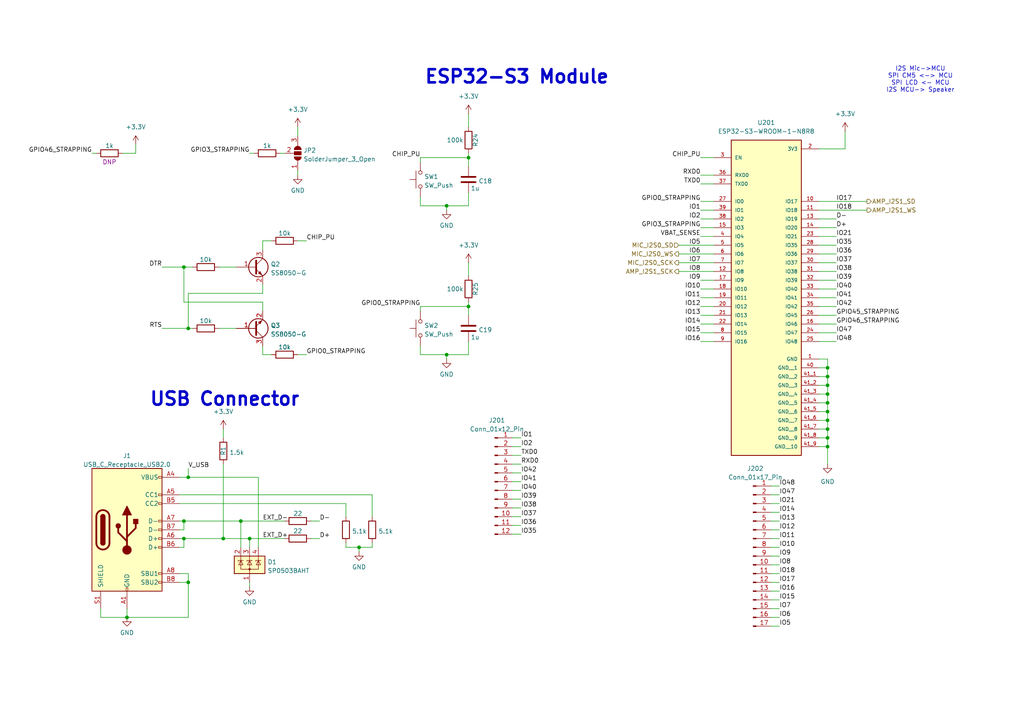
<source format=kicad_sch>
(kicad_sch (version 20250114) (generator "eeschema") (generator_version "9.0")
  (paper "A4")
  (lib_symbols
    (symbol "Connector:Conn_01x12_Pin" (pin_names (offset 1.016) (hide yes))
      (property "Reference" "J" (at 0 15.24 0))
      (property "Value" "Conn_01x12_Pin" (at 0 -17.78 0))
      (symbol "Conn_01x12_Pin_1_1"
        (rectangle (start 0.8636 12.827) (end 0 12.573) (stroke (width 0.1524)) (fill (type outline)))
        (rectangle (start 0.8636 10.287) (end 0 10.033) (stroke (width 0.1524)) (fill (type outline)))
        (rectangle (start 0.8636 7.747) (end 0 7.493) (stroke (width 0.1524)) (fill (type outline)))
        (rectangle (start 0.8636 5.207) (end 0 4.953) (stroke (width 0.1524)) (fill (type outline)))
        (rectangle (start 0.8636 2.667) (end 0 2.413) (stroke (width 0.1524)) (fill (type outline)))
        (rectangle (start 0.8636 0.127) (end 0 -0.127) (stroke (width 0.1524)) (fill (type outline)))
        (rectangle (start 0.8636 -2.413) (end 0 -2.667) (stroke (width 0.1524)) (fill (type outline)))
        (rectangle (start 0.8636 -4.953) (end 0 -5.207) (stroke (width 0.1524)) (fill (type outline)))
        (rectangle (start 0.8636 -7.493) (end 0 -7.747) (stroke (width 0.1524)) (fill (type outline)))
        (rectangle (start 0.8636 -10.033) (end 0 -10.287) (stroke (width 0.1524)) (fill (type outline)))
        (rectangle (start 0.8636 -12.573) (end 0 -12.827) (stroke (width 0.1524)) (fill (type outline)))
        (rectangle (start 0.8636 -15.113) (end 0 -15.367) (stroke (width 0.1524)) (fill (type outline)))
        (polyline (pts (xy 1.27 12.7) (xy 0.8636 12.7)) (stroke (width 0.1524)))
        (polyline (pts (xy 1.27 10.16) (xy 0.8636 10.16)) (stroke (width 0.1524)))
        (polyline (pts (xy 1.27 7.62) (xy 0.8636 7.62)) (stroke (width 0.1524)))
        (polyline (pts (xy 1.27 5.08) (xy 0.8636 5.08)) (stroke (width 0.1524)))
        (polyline (pts (xy 1.27 2.54) (xy 0.8636 2.54)) (stroke (width 0.1524)))
        (polyline (pts (xy 1.27 0) (xy 0.8636 0)) (stroke (width 0.1524)))
        (polyline (pts (xy 1.27 -2.54) (xy 0.8636 -2.54)) (stroke (width 0.1524)))
        (polyline (pts (xy 1.27 -5.08) (xy 0.8636 -5.08)) (stroke (width 0.1524)))
        (polyline (pts (xy 1.27 -7.62) (xy 0.8636 -7.62)) (stroke (width 0.1524)))
        (polyline (pts (xy 1.27 -10.16) (xy 0.8636 -10.16)) (stroke (width 0.1524)))
        (polyline (pts (xy 1.27 -12.7) (xy 0.8636 -12.7)) (stroke (width 0.1524)))
        (polyline (pts (xy 1.27 -15.24) (xy 0.8636 -15.24)) (stroke (width 0.1524)))
        (pin passive line (at 5.08 12.7 180) (length 3.81) (name "Pin_1") (number "1"))
        (pin passive line (at 5.08 10.16 180) (length 3.81) (name "Pin_2") (number "2"))
        (pin passive line (at 5.08 7.62 180) (length 3.81) (name "Pin_3") (number "3"))
        (pin passive line (at 5.08 5.08 180) (length 3.81) (name "Pin_4") (number "4"))
        (pin passive line (at 5.08 2.54 180) (length 3.81) (name "Pin_5") (number "5"))
        (pin passive line (at 5.08 0 180) (length 3.81) (name "Pin_6") (number "6"))
        (pin passive line (at 5.08 -2.54 180) (length 3.81) (name "Pin_7") (number "7"))
        (pin passive line (at 5.08 -5.08 180) (length 3.81) (name "Pin_8") (number "8"))
        (pin passive line (at 5.08 -7.62 180) (length 3.81) (name "Pin_9") (number "9"))
        (pin passive line (at 5.08 -10.16 180) (length 3.81) (name "Pin_10") (number "10"))
        (pin passive line (at 5.08 -12.7 180) (length 3.81) (name "Pin_11") (number "11"))
        (pin passive line (at 5.08 -15.24 180) (length 3.81) (name "Pin_12") (number "12"))
      )
    )
    (symbol "Connector:Conn_01x17_Pin" (pin_names (offset 1.016) (hide yes))
      (property "Reference" "J" (at 0 22.86 0))
      (property "Value" "Conn_01x17_Pin" (at 0 -22.86 0))
      (symbol "Conn_01x17_Pin_1_1"
        (rectangle (start 0.8636 20.447) (end 0 20.193) (stroke (width 0.1524)) (fill (type outline)))
        (rectangle (start 0.8636 17.907) (end 0 17.653) (stroke (width 0.1524)) (fill (type outline)))
        (rectangle (start 0.8636 15.367) (end 0 15.113) (stroke (width 0.1524)) (fill (type outline)))
        (rectangle (start 0.8636 12.827) (end 0 12.573) (stroke (width 0.1524)) (fill (type outline)))
        (rectangle (start 0.8636 10.287) (end 0 10.033) (stroke (width 0.1524)) (fill (type outline)))
        (rectangle (start 0.8636 7.747) (end 0 7.493) (stroke (width 0.1524)) (fill (type outline)))
        (rectangle (start 0.8636 5.207) (end 0 4.953) (stroke (width 0.1524)) (fill (type outline)))
        (rectangle (start 0.8636 2.667) (end 0 2.413) (stroke (width 0.1524)) (fill (type outline)))
        (rectangle (start 0.8636 0.127) (end 0 -0.127) (stroke (width 0.1524)) (fill (type outline)))
        (rectangle (start 0.8636 -2.413) (end 0 -2.667) (stroke (width 0.1524)) (fill (type outline)))
        (rectangle (start 0.8636 -4.953) (end 0 -5.207) (stroke (width 0.1524)) (fill (type outline)))
        (rectangle (start 0.8636 -7.493) (end 0 -7.747) (stroke (width 0.1524)) (fill (type outline)))
        (rectangle (start 0.8636 -10.033) (end 0 -10.287) (stroke (width 0.1524)) (fill (type outline)))
        (rectangle (start 0.8636 -12.573) (end 0 -12.827) (stroke (width 0.1524)) (fill (type outline)))
        (rectangle (start 0.8636 -15.113) (end 0 -15.367) (stroke (width 0.1524)) (fill (type outline)))
        (rectangle (start 0.8636 -17.653) (end 0 -17.907) (stroke (width 0.1524)) (fill (type outline)))
        (rectangle (start 0.8636 -20.193) (end 0 -20.447) (stroke (width 0.1524)) (fill (type outline)))
        (polyline (pts (xy 1.27 20.32) (xy 0.8636 20.32)) (stroke (width 0.1524)))
        (polyline (pts (xy 1.27 17.78) (xy 0.8636 17.78)) (stroke (width 0.1524)))
        (polyline (pts (xy 1.27 15.24) (xy 0.8636 15.24)) (stroke (width 0.1524)))
        (polyline (pts (xy 1.27 12.7) (xy 0.8636 12.7)) (stroke (width 0.1524)))
        (polyline (pts (xy 1.27 10.16) (xy 0.8636 10.16)) (stroke (width 0.1524)))
        (polyline (pts (xy 1.27 7.62) (xy 0.8636 7.62)) (stroke (width 0.1524)))
        (polyline (pts (xy 1.27 5.08) (xy 0.8636 5.08)) (stroke (width 0.1524)))
        (polyline (pts (xy 1.27 2.54) (xy 0.8636 2.54)) (stroke (width 0.1524)))
        (polyline (pts (xy 1.27 0) (xy 0.8636 0)) (stroke (width 0.1524)))
        (polyline (pts (xy 1.27 -2.54) (xy 0.8636 -2.54)) (stroke (width 0.1524)))
        (polyline (pts (xy 1.27 -5.08) (xy 0.8636 -5.08)) (stroke (width 0.1524)))
        (polyline (pts (xy 1.27 -7.62) (xy 0.8636 -7.62)) (stroke (width 0.1524)))
        (polyline (pts (xy 1.27 -10.16) (xy 0.8636 -10.16)) (stroke (width 0.1524)))
        (polyline (pts (xy 1.27 -12.7) (xy 0.8636 -12.7)) (stroke (width 0.1524)))
        (polyline (pts (xy 1.27 -15.24) (xy 0.8636 -15.24)) (stroke (width 0.1524)))
        (polyline (pts (xy 1.27 -17.78) (xy 0.8636 -17.78)) (stroke (width 0.1524)))
        (polyline (pts (xy 1.27 -20.32) (xy 0.8636 -20.32)) (stroke (width 0.1524)))
        (pin passive line (at 5.08 20.32 180) (length 3.81) (name "Pin_1") (number "1"))
        (pin passive line (at 5.08 17.78 180) (length 3.81) (name "Pin_2") (number "2"))
        (pin passive line (at 5.08 15.24 180) (length 3.81) (name "Pin_3") (number "3"))
        (pin passive line (at 5.08 12.7 180) (length 3.81) (name "Pin_4") (number "4"))
        (pin passive line (at 5.08 10.16 180) (length 3.81) (name "Pin_5") (number "5"))
        (pin passive line (at 5.08 7.62 180) (length 3.81) (name "Pin_6") (number "6"))
        (pin passive line (at 5.08 5.08 180) (length 3.81) (name "Pin_7") (number "7"))
        (pin passive line (at 5.08 2.54 180) (length 3.81) (name "Pin_8") (number "8"))
        (pin passive line (at 5.08 0 180) (length 3.81) (name "Pin_9") (number "9"))
        (pin passive line (at 5.08 -2.54 180) (length 3.81) (name "Pin_10") (number "10"))
        (pin passive line (at 5.08 -5.08 180) (length 3.81) (name "Pin_11") (number "11"))
        (pin passive line (at 5.08 -7.62 180) (length 3.81) (name "Pin_12") (number "12"))
        (pin passive line (at 5.08 -10.16 180) (length 3.81) (name "Pin_13") (number "13"))
        (pin passive line (at 5.08 -12.7 180) (length 3.81) (name "Pin_14") (number "14"))
        (pin passive line (at 5.08 -15.24 180) (length 3.81) (name "Pin_15") (number "15"))
        (pin passive line (at 5.08 -17.78 180) (length 3.81) (name "Pin_16") (number "16"))
        (pin passive line (at 5.08 -20.32 180) (length 3.81) (name "Pin_17") (number "17"))
      )
    )
    (symbol "Connector:USB_C_Receptacle_USB2.0" (pin_names (offset 1.016))
      (property "Reference" "J" (at -10.16 19.05 0))
      (property "Value" "USB_C_Receptacle_USB2.0" (at 19.05 19.05 0))
      (symbol "USB_C_Receptacle_USB2.0_0_0"
        (rectangle (start -0.254 -17.78) (end 0.254 -16.764))
        (rectangle (start 10.16 15.494) (end 9.144 14.986))
        (rectangle (start 10.16 10.414) (end 9.144 9.906))
        (rectangle (start 10.16 7.874) (end 9.144 7.366))
        (rectangle (start 10.16 2.794) (end 9.144 2.286))
        (rectangle (start 10.16 0.254) (end 9.144 -0.254))
        (rectangle (start 10.16 -2.286) (end 9.144 -2.794))
        (rectangle (start 10.16 -4.826) (end 9.144 -5.334))
        (rectangle (start 10.16 -12.446) (end 9.144 -12.954))
        (rectangle (start 10.16 -14.986) (end 9.144 -15.494))
      )
      (symbol "USB_C_Receptacle_USB2.0_0_1"
        (rectangle (start -10.16 17.78) (end 10.16 -17.78) (stroke (width 0.254)) (fill (type background)))
        (polyline (pts (xy -8.89 -3.81) (xy -8.89 3.81)) (stroke (width 0.508)))
        (rectangle (start -7.62 -3.81) (end -6.35 3.81) (stroke (width 0.254)) (fill (type outline)))
        (arc (start -7.62 3.81) (mid -6.985 4.4422) (end -6.35 3.81) (stroke (width 0.254)))
        (arc (start -7.62 3.81) (mid -6.985 4.4422) (end -6.35 3.81) (stroke (width 0.254)) (fill (type outline)))
        (arc (start -8.89 3.81) (mid -6.985 5.7066) (end -5.08 3.81) (stroke (width 0.508)))
        (arc (start -5.08 -3.81) (mid -6.985 -5.7066) (end -8.89 -3.81) (stroke (width 0.508)))
        (arc (start -6.35 -3.81) (mid -6.985 -4.4422) (end -7.62 -3.81) (stroke (width 0.254)))
        (arc (start -6.35 -3.81) (mid -6.985 -4.4422) (end -7.62 -3.81) (stroke (width 0.254)) (fill (type outline)))
        (polyline (pts (xy -5.08 3.81) (xy -5.08 -3.81)) (stroke (width 0.508)))
        (circle (center -2.54 1.143) (radius 0.635) (stroke (width 0.254)) (fill (type outline)))
        (polyline (pts (xy -1.27 4.318) (xy 0 6.858) (xy 1.27 4.318) (xy -1.27 4.318)) (stroke (width 0.254)) (fill (type outline)))
        (polyline (pts (xy 0 -2.032) (xy 2.54 0.508) (xy 2.54 1.778)) (stroke (width 0.508)))
        (polyline (pts (xy 0 -3.302) (xy -2.54 -0.762) (xy -2.54 0.508)) (stroke (width 0.508)))
        (polyline (pts (xy 0 -5.842) (xy 0 4.318)) (stroke (width 0.508)))
        (circle (center 0 -5.842) (radius 1.27) (fill (type outline)))
        (rectangle (start 1.905 1.778) (end 3.175 3.048) (stroke (width 0.254)) (fill (type outline)))
      )
      (symbol "USB_C_Receptacle_USB2.0_1_1"
        (pin passive line (at -7.62 -22.86 90) (length 5.08) (name "SHIELD") (number "S1"))
        (pin passive line (at 0 -22.86 90) (length 5.08) (name "GND") (number "A1"))
        (pin passive line (at 0 -22.86 90) (length 5.08) (hide yes) (name "GND") (number "A12"))
        (pin passive line (at 0 -22.86 90) (length 5.08) (hide yes) (name "GND") (number "B1"))
        (pin passive line (at 0 -22.86 90) (length 5.08) (hide yes) (name "GND") (number "B12"))
        (pin passive line (at 15.24 15.24 180) (length 5.08) (name "VBUS") (number "A4"))
        (pin passive line (at 15.24 15.24 180) (length 5.08) (hide yes) (name "VBUS") (number "A9"))
        (pin passive line (at 15.24 15.24 180) (length 5.08) (hide yes) (name "VBUS") (number "B4"))
        (pin passive line (at 15.24 15.24 180) (length 5.08) (hide yes) (name "VBUS") (number "B9"))
        (pin bidirectional line (at 15.24 10.16 180) (length 5.08) (name "CC1") (number "A5"))
        (pin bidirectional line (at 15.24 7.62 180) (length 5.08) (name "CC2") (number "B5"))
        (pin bidirectional line (at 15.24 2.54 180) (length 5.08) (name "D-") (number "A7"))
        (pin bidirectional line (at 15.24 0 180) (length 5.08) (name "D-") (number "B7"))
        (pin bidirectional line (at 15.24 -2.54 180) (length 5.08) (name "D+") (number "A6"))
        (pin bidirectional line (at 15.24 -5.08 180) (length 5.08) (name "D+") (number "B6"))
        (pin bidirectional line (at 15.24 -12.7 180) (length 5.08) (name "SBU1") (number "A8"))
        (pin bidirectional line (at 15.24 -15.24 180) (length 5.08) (name "SBU2") (number "B8"))
      )
    )
    (symbol "Device:Q_NPN_BEC" (pin_names (offset 0) (hide yes))
      (property "Reference" "Q" (at 5.08 1.27 0))
      (property "Value" "Q_NPN_BEC" (at 5.08 -1.27 0))
      (symbol "Q_NPN_BEC_0_1"
        (polyline (pts (xy 0.635 1.905) (xy 0.635 -1.905) (xy 0.635 -1.905)) (stroke (width 0.508)))
        (polyline (pts (xy 0.635 0.635) (xy 2.54 2.54)))
        (polyline (pts (xy 0.635 -0.635) (xy 2.54 -2.54) (xy 2.54 -2.54)))
        (circle (center 1.27 0) (radius 2.8194) (stroke (width 0.254)))
        (polyline (pts (xy 1.27 -1.778) (xy 1.778 -1.27) (xy 2.286 -2.286) (xy 1.27 -1.778) (xy 1.27 -1.778)) (fill (type outline)))
      )
      (symbol "Q_NPN_BEC_1_1"
        (pin input line (at -5.08 0 0) (length 5.715) (name "B") (number "1"))
        (pin passive line (at 2.54 5.08 270) (length 2.54) (name "C") (number "3"))
        (pin passive line (at 2.54 -5.08 90) (length 2.54) (name "E") (number "2"))
      )
    )
    (symbol "ESP32-S3-WROOM-1-N8R8:ESP32-S3-WROOM-1-N8R8" (pin_names (offset 1.016))
      (property "Reference" "U" (at -10.16 34.1122 0))
      (property "Value" "ESP32-S3-WROOM-1-N8R8" (at -10.16 -60.96 0))
      (symbol "ESP32-S3-WROOM-1-N8R8_0_0"
        (rectangle (start -10.16 -58.42) (end 10.16 33.02) (stroke (width 0.254)) (fill (type background)))
        (pin input line (at -15.24 27.94 0) (length 5.08) (name "EN") (number "3"))
        (pin bidirectional line (at -15.24 22.86 0) (length 5.08) (name "RXD0") (number "36"))
        (pin bidirectional line (at -15.24 20.32 0) (length 5.08) (name "TXD0") (number "37"))
        (pin bidirectional line (at -15.24 15.24 0) (length 5.08) (name "IO0") (number "27"))
        (pin bidirectional line (at -15.24 12.7 0) (length 5.08) (name "IO1") (number "39"))
        (pin bidirectional line (at -15.24 10.16 0) (length 5.08) (name "IO2") (number "38"))
        (pin bidirectional line (at -15.24 7.62 0) (length 5.08) (name "IO3") (number "15"))
        (pin bidirectional line (at -15.24 5.08 0) (length 5.08) (name "IO4") (number "4"))
        (pin bidirectional line (at -15.24 2.54 0) (length 5.08) (name "IO5") (number "5"))
        (pin bidirectional line (at -15.24 0 0) (length 5.08) (name "IO6") (number "6"))
        (pin bidirectional line (at -15.24 -2.54 0) (length 5.08) (name "IO7") (number "7"))
        (pin bidirectional line (at -15.24 -5.08 0) (length 5.08) (name "IO8") (number "12"))
        (pin bidirectional line (at -15.24 -7.62 0) (length 5.08) (name "IO9") (number "17"))
        (pin bidirectional line (at -15.24 -10.16 0) (length 5.08) (name "IO10") (number "18"))
        (pin bidirectional line (at -15.24 -12.7 0) (length 5.08) (name "IO11") (number "19"))
        (pin bidirectional line (at -15.24 -15.24 0) (length 5.08) (name "IO12") (number "20"))
        (pin bidirectional line (at -15.24 -17.78 0) (length 5.08) (name "IO13") (number "21"))
        (pin bidirectional line (at -15.24 -20.32 0) (length 5.08) (name "IO14") (number "22"))
        (pin bidirectional line (at -15.24 -22.86 0) (length 5.08) (name "IO15") (number "8"))
        (pin bidirectional line (at -15.24 -25.4 0) (length 5.08) (name "IO16") (number "9"))
        (pin power_in line (at 15.24 30.48 180) (length 5.08) (name "3V3") (number "2"))
        (pin bidirectional line (at 15.24 15.24 180) (length 5.08) (name "IO17") (number "10"))
        (pin bidirectional line (at 15.24 12.7 180) (length 5.08) (name "IO18") (number "11"))
        (pin bidirectional line (at 15.24 10.16 180) (length 5.08) (name "IO19") (number "13"))
        (pin bidirectional line (at 15.24 7.62 180) (length 5.08) (name "IO20") (number "14"))
        (pin bidirectional line (at 15.24 5.08 180) (length 5.08) (name "IO21") (number "23"))
        (pin bidirectional line (at 15.24 2.54 180) (length 5.08) (name "IO35") (number "28"))
        (pin bidirectional line (at 15.24 0 180) (length 5.08) (name "IO36") (number "29"))
        (pin bidirectional line (at 15.24 -2.54 180) (length 5.08) (name "IO37") (number "30"))
        (pin bidirectional line (at 15.24 -5.08 180) (length 5.08) (name "IO38") (number "31"))
        (pin bidirectional line (at 15.24 -7.62 180) (length 5.08) (name "IO39") (number "32"))
        (pin bidirectional line (at 15.24 -10.16 180) (length 5.08) (name "IO40") (number "33"))
        (pin bidirectional line (at 15.24 -12.7 180) (length 5.08) (name "IO41") (number "34"))
        (pin bidirectional line (at 15.24 -15.24 180) (length 5.08) (name "IO42") (number "35"))
        (pin bidirectional line (at 15.24 -17.78 180) (length 5.08) (name "IO45") (number "26"))
        (pin bidirectional line (at 15.24 -20.32 180) (length 5.08) (name "IO46") (number "16"))
        (pin bidirectional line (at 15.24 -22.86 180) (length 5.08) (name "IO47") (number "24"))
        (pin bidirectional line (at 15.24 -25.4 180) (length 5.08) (name "IO48") (number "25"))
        (pin power_in line (at 15.24 -30.48 180) (length 5.08) (name "GND") (number "1"))
        (pin power_in line (at 15.24 -33.02 180) (length 5.08) (name "GND__1") (number "40"))
        (pin power_in line (at 15.24 -35.56 180) (length 5.08) (name "GND__2") (number "41_1"))
        (pin power_in line (at 15.24 -38.1 180) (length 5.08) (name "GND__3") (number "41_2"))
        (pin power_in line (at 15.24 -40.64 180) (length 5.08) (name "GND__4") (number "41_3"))
        (pin power_in line (at 15.24 -43.18 180) (length 5.08) (name "GND__5") (number "41_4"))
        (pin power_in line (at 15.24 -45.72 180) (length 5.08) (name "GND__6") (number "41_5"))
        (pin power_in line (at 15.24 -48.26 180) (length 5.08) (name "GND__7") (number "41_6"))
        (pin power_in line (at 15.24 -50.8 180) (length 5.08) (name "GND__8") (number "41_7"))
        (pin power_in line (at 15.24 -53.34 180) (length 5.08) (name "GND__9") (number "41_8"))
        (pin power_in line (at 15.24 -55.88 180) (length 5.08) (name "GND__10") (number "41_9"))
      )
    )
    (symbol "GND_1" (power) (pin_numbers (hide yes)) (pin_names (offset 0) (hide yes))
      (property "Value" "GND" (at 0 -3.81 0))
      (symbol "GND_1_0_1"
        (polyline (pts (xy 0 0) (xy 0 -1.27) (xy 1.27 -1.27) (xy 0 -2.54) (xy -1.27 -1.27) (xy 0 -1.27)))
      )
      (symbol "GND_1_1_1"
        (pin power_in line (at 0 0 270) (length 0) (name "~") (number "1"))
      )
    )
    (symbol "Jumper:SolderJumper_3_Open" (pin_names (offset 0) (hide yes))
      (property "Reference" "JP" (at -2.54 -2.54 0))
      (property "Value" "SolderJumper_3_Open" (at 0 2.794 0))
      (symbol "SolderJumper_3_Open_0_1"
        (polyline (pts (xy -2.54 0) (xy -2.032 0)))
        (polyline (pts (xy -1.016 1.016) (xy -1.016 -1.016)))
        (arc (start -1.016 -1.016) (mid -2.0275 0) (end -1.016 1.016))
        (arc (start -1.016 -1.016) (mid -2.0275 0) (end -1.016 1.016) (fill (type outline)))
        (rectangle (start -0.508 1.016) (end 0.508 -1.016) (fill (type outline)))
        (polyline (pts (xy 0 -1.27) (xy 0 -1.016)))
        (arc (start 1.016 1.016) (mid 2.0275 0) (end 1.016 -1.016))
        (arc (start 1.016 1.016) (mid 2.0275 0) (end 1.016 -1.016) (fill (type outline)))
        (polyline (pts (xy 1.016 1.016) (xy 1.016 -1.016)))
        (polyline (pts (xy 2.54 0) (xy 2.032 0)))
      )
      (symbol "SolderJumper_3_Open_1_1"
        (pin passive line (at -5.08 0 0) (length 2.54) (name "A") (number "1"))
        (pin passive line (at 0 -3.81 90) (length 2.54) (name "C") (number "2"))
        (pin passive line (at 5.08 0 180) (length 2.54) (name "B") (number "3"))
      )
    )
    (symbol "Power_Protection:SP0503BAHT" (pin_names (hide yes))
      (property "Reference" "D" (at 5.715 2.54 0))
      (property "Value" "SP0503BAHT" (at 5.715 0.635 0))
      (symbol "SP0503BAHT_0_0"
        (pin passive line (at 0 -5.08 90) (length 2.54) (name "A") (number "1"))
      )
      (symbol "SP0503BAHT_0_1"
        (rectangle (start -4.445 2.54) (end 4.445 -2.54) (stroke (width 0.254)) (fill (type background)))
        (polyline (pts (xy -3.302 1.016) (xy -3.302 1.27) (xy -1.905 1.27) (xy -1.778 1.27)))
        (polyline (pts (xy -2.54 2.54) (xy -2.54 1.27)))
        (polyline (pts (xy -2.54 1.27) (xy -2.54 -1.27) (xy 2.54 -1.27) (xy 2.54 1.27)))
        (polyline (pts (xy -2.54 1.27) (xy -1.905 0) (xy -3.175 0) (xy -2.54 1.27)))
        (polyline (pts (xy 0 2.54) (xy 0 1.27)))
        (polyline (pts (xy 0 -1.27) (xy 0 1.27)))
        (polyline (pts (xy 0 -1.27) (xy 0 -2.54)))
        (circle (center 0 -1.27) (radius 0.254) (fill (type outline)))
        (polyline (pts (xy 0.635 1.27) (xy 0.762 1.27)))
        (polyline (pts (xy 0.635 1.27) (xy -0.762 1.27) (xy -0.762 1.016)))
        (polyline (pts (xy 0.635 0) (xy -0.635 0) (xy 0 1.27) (xy 0.635 0)))
        (polyline (pts (xy 1.778 1.016) (xy 1.778 1.27) (xy 3.175 1.27) (xy 3.302 1.27)))
        (polyline (pts (xy 2.54 2.54) (xy 2.54 1.27)))
        (polyline (pts (xy 2.54 1.27) (xy 1.905 0) (xy 3.175 0) (xy 2.54 1.27)))
      )
      (symbol "SP0503BAHT_1_1"
        (pin passive line (at -2.54 5.08 270) (length 2.54) (name "K") (number "2"))
        (pin passive line (at 0 5.08 270) (length 2.54) (name "K") (number "3"))
        (pin passive line (at 2.54 5.08 270) (length 2.54) (name "K") (number "4"))
      )
    )
    (symbol "Switch:SW_Push" (pin_numbers (hide yes)) (pin_names (offset 1.016) (hide yes))
      (property "Reference" "SW" (at 1.27 2.54 0))
      (property "Value" "SW_Push" (at 0 -1.524 0))
      (symbol "SW_Push_0_1"
        (circle (center -2.032 0) (radius 0.508))
        (polyline (pts (xy 0 1.27) (xy 0 3.048)))
        (circle (center 2.032 0) (radius 0.508))
        (polyline (pts (xy 2.54 1.27) (xy -2.54 1.27)))
        (pin passive line (at -5.08 0 0) (length 2.54) (name "1") (number "1"))
        (pin passive line (at 5.08 0 180) (length 2.54) (name "2") (number "2"))
      )
    )
    (symbol "basic:C" (pin_numbers (hide yes)) (pin_names (offset 0.254))
      (property "Reference" "C" (at 0.635 2.54 0))
      (symbol "C_0_1"
        (polyline (pts (xy -2.032 0.762) (xy 2.032 0.762)) (stroke (width 0.508)))
        (polyline (pts (xy -2.032 -0.762) (xy 2.032 -0.762)) (stroke (width 0.508)))
      )
      (symbol "C_1_1"
        (pin passive line (at 0 3.81 270) (length 2.794) (name "~") (number "1"))
        (pin passive line (at 0 -3.81 90) (length 2.794) (name "~") (number "2"))
      )
    )
    (symbol "basic:R" (pin_numbers (hide yes)) (pin_names (offset 0))
      (property "Value" "R" (at 0 0 90))
      (symbol "R_0_1"
        (rectangle (start -1.016 -2.54) (end 1.016 2.54) (stroke (width 0.254)))
      )
      (symbol "R_1_1"
        (pin passive line (at 0 3.81 270) (length 1.27) (name "~") (number "1"))
        (pin passive line (at 0 -3.81 90) (length 1.27) (name "~") (number "2"))
      )
    )
    (symbol "power:+3.3V" (power) (pin_numbers (hide yes)) (pin_names (offset 0) (hide yes))
      (property "Value" "+3.3V" (at 0 3.556 0))
      (symbol "+3.3V_0_1"
        (polyline (pts (xy -0.762 1.27) (xy 0 2.54)))
        (polyline (pts (xy 0 2.54) (xy 0.762 1.27)))
        (polyline (pts (xy 0 0) (xy 0 2.54)))
      )
      (symbol "+3.3V_1_1"
        (pin power_in line (at 0 0 90) (length 0) (name "~") (number "1"))
      )
    )
    (symbol "power:GND" (power) (pin_names (offset 0))
      (property "Value" "GND" (at 0 -3.81 0))
      (symbol "GND_0_1"
        (polyline (pts (xy 0 0) (xy 0 -1.27) (xy 1.27 -1.27) (xy 0 -2.54) (xy -1.27 -1.27) (xy 0 -1.27)))
      )
      (symbol "GND_1_1"
        (pin power_in line (at 0 0 270) (length 0) (hide yes) (name "GND") (number "1"))
      )
    )
  )
  (text "I2S Mic->MCU\nSPI CM5 <-> MCU\nSPI LCD <- MCU\nI2S MCU-> Speaker" (at 266.954 23.114 0) (effects (font (size 1.27 1.27))))
  (text "ESP32-S3 Module" (at 122.936 24.638 0) (effects (font (size 3.81 3.81) (thickness 0.762) (bold yes)) (justify left bottom)))
  (text "USB Connector" (at 43.18 118.11 0) (effects (font (size 3.81 3.81) (thickness 0.762) (bold yes)) (justify left bottom)))
  (junction (at 69.85 151.13))
  (junction (at 240.03 129.54))
  (junction (at 240.03 121.92))
  (junction (at 54.61 95.25))
  (junction (at 240.03 109.22))
  (junction (at 54.61 168.91))
  (junction (at 240.03 111.76))
  (junction (at 54.61 138.43))
  (junction (at 240.03 106.68))
  (junction (at 240.03 116.84))
  (junction (at 129.54 59.69))
  (junction (at 135.89 45.72))
  (junction (at 104.14 158.75))
  (junction (at 240.03 127))
  (junction (at 36.83 179.07))
  (junction (at 64.77 156.21))
  (junction (at 53.34 151.13))
  (junction (at 53.34 77.47))
  (junction (at 240.03 114.3))
  (junction (at 240.03 124.46))
  (junction (at 53.34 156.21))
  (junction (at 129.54 102.87))
  (junction (at 240.03 119.38))
  (junction (at 72.39 156.21))
  (junction (at 135.89 88.9))
  (wire (pts (xy 86.36 36.83) (xy 86.36 39.37)))
  (wire (pts (xy 226.06 158.75) (xy 223.52 158.75)))
  (wire (pts (xy 196.85 71.12) (xy 207.01 71.12)))
  (wire (pts (xy 53.34 77.47) (xy 55.88 77.47)))
  (wire (pts (xy 203.2 45.72) (xy 207.01 45.72)))
  (wire (pts (xy 226.06 163.83) (xy 223.52 163.83)))
  (wire (pts (xy 69.85 151.13) (xy 82.55 151.13)))
  (wire (pts (xy 39.37 41.91) (xy 39.37 44.45)))
  (wire (pts (xy 237.49 127) (xy 240.03 127)))
  (wire (pts (xy 121.92 46.99) (xy 121.92 45.72)))
  (wire (pts (xy 54.61 168.91) (xy 52.07 168.91)))
  (wire (pts (xy 203.2 53.34) (xy 207.01 53.34)))
  (wire (pts (xy 237.49 104.14) (xy 240.03 104.14)))
  (wire (pts (xy 72.39 156.21) (xy 82.55 156.21)))
  (wire (pts (xy 151.13 152.4) (xy 148.59 152.4)))
  (wire (pts (xy 237.49 109.22) (xy 240.03 109.22)))
  (wire (pts (xy 151.13 132.08) (xy 148.59 132.08)))
  (wire (pts (xy 237.49 106.68) (xy 240.03 106.68)))
  (wire (pts (xy 76.2 85.09) (xy 54.61 85.09)))
  (wire (pts (xy 242.57 71.12) (xy 237.49 71.12)))
  (wire (pts (xy 203.2 86.36) (xy 207.01 86.36)))
  (wire (pts (xy 135.89 99.06) (xy 135.89 102.87)))
  (wire (pts (xy 121.92 45.72) (xy 135.89 45.72)))
  (wire (pts (xy 240.03 129.54) (xy 237.49 129.54)))
  (wire (pts (xy 53.34 156.21) (xy 64.77 156.21)))
  (wire (pts (xy 151.13 154.94) (xy 148.59 154.94)))
  (wire (pts (xy 151.13 137.16) (xy 148.59 137.16)))
  (wire (pts (xy 203.2 63.5) (xy 207.01 63.5)))
  (wire (pts (xy 90.17 156.21) (xy 92.71 156.21)))
  (wire (pts (xy 237.49 121.92) (xy 240.03 121.92)))
  (wire (pts (xy 53.34 151.13) (xy 69.85 151.13)))
  (wire (pts (xy 226.06 153.67) (xy 223.52 153.67)))
  (wire (pts (xy 76.2 102.87) (xy 78.74 102.87)))
  (wire (pts (xy 203.2 50.8) (xy 207.01 50.8)))
  (wire (pts (xy 107.95 158.75) (xy 104.14 158.75)))
  (wire (pts (xy 203.2 60.96) (xy 207.01 60.96)))
  (wire (pts (xy 240.03 129.54) (xy 240.03 134.62)))
  (wire (pts (xy 74.93 138.43) (xy 74.93 158.75)))
  (wire (pts (xy 240.03 116.84) (xy 240.03 119.38)))
  (wire (pts (xy 242.57 68.58) (xy 237.49 68.58)))
  (wire (pts (xy 54.61 179.07) (xy 36.83 179.07)))
  (wire (pts (xy 242.57 63.5) (xy 237.49 63.5)))
  (wire (pts (xy 242.57 81.28) (xy 237.49 81.28)))
  (wire (pts (xy 52.07 166.37) (xy 54.61 166.37)))
  (wire (pts (xy 242.57 88.9) (xy 237.49 88.9)))
  (wire (pts (xy 240.03 109.22) (xy 240.03 111.76)))
  (wire (pts (xy 242.57 96.52) (xy 237.49 96.52)))
  (wire (pts (xy 245.11 38.1) (xy 245.11 43.18)))
  (wire (pts (xy 54.61 85.09) (xy 54.61 95.25)))
  (wire (pts (xy 237.49 124.46) (xy 240.03 124.46)))
  (wire (pts (xy 237.49 111.76) (xy 240.03 111.76)))
  (wire (pts (xy 151.13 139.7) (xy 148.59 139.7)))
  (wire (pts (xy 52.07 153.67) (xy 53.34 153.67)))
  (wire (pts (xy 196.85 76.2) (xy 207.01 76.2)))
  (wire (pts (xy 76.2 69.85) (xy 76.2 72.39)))
  (wire (pts (xy 242.57 99.06) (xy 237.49 99.06)))
  (wire (pts (xy 240.03 104.14) (xy 240.03 106.68)))
  (wire (pts (xy 226.06 171.45) (xy 223.52 171.45)))
  (wire (pts (xy 121.92 59.69) (xy 129.54 59.69)))
  (wire (pts (xy 203.2 96.52) (xy 207.01 96.52)))
  (wire (pts (xy 53.34 87.63) (xy 53.34 77.47)))
  (wire (pts (xy 135.89 102.87) (xy 129.54 102.87)))
  (wire (pts (xy 63.5 77.47) (xy 68.58 77.47)))
  (wire (pts (xy 64.77 156.21) (xy 72.39 156.21)))
  (wire (pts (xy 52.07 156.21) (xy 53.34 156.21)))
  (wire (pts (xy 135.89 88.9) (xy 135.89 91.44)))
  (wire (pts (xy 237.49 114.3) (xy 240.03 114.3)))
  (wire (pts (xy 54.61 138.43) (xy 54.61 135.89)))
  (wire (pts (xy 76.2 100.33) (xy 76.2 102.87)))
  (wire (pts (xy 64.77 134.62) (xy 64.77 156.21)))
  (wire (pts (xy 226.06 179.07) (xy 223.52 179.07)))
  (wire (pts (xy 86.36 102.87) (xy 88.9 102.87)))
  (wire (pts (xy 226.06 143.51) (xy 223.52 143.51)))
  (wire (pts (xy 46.99 77.47) (xy 53.34 77.47)))
  (wire (pts (xy 52.07 151.13) (xy 53.34 151.13)))
  (wire (pts (xy 52.07 143.51) (xy 107.95 143.51)))
  (wire (pts (xy 226.06 176.53) (xy 223.52 176.53)))
  (wire (pts (xy 72.39 168.91) (xy 72.39 170.18)))
  (wire (pts (xy 151.13 127) (xy 148.59 127)))
  (wire (pts (xy 135.89 87.63) (xy 135.89 88.9)))
  (wire (pts (xy 237.49 116.84) (xy 240.03 116.84)))
  (wire (pts (xy 107.95 143.51) (xy 107.95 149.86)))
  (wire (pts (xy 242.57 83.82) (xy 237.49 83.82)))
  (wire (pts (xy 203.2 68.58) (xy 207.01 68.58)))
  (wire (pts (xy 135.89 55.88) (xy 135.89 59.69)))
  (wire (pts (xy 46.99 95.25) (xy 54.61 95.25)))
  (wire (pts (xy 151.13 149.86) (xy 148.59 149.86)))
  (wire (pts (xy 135.89 33.02) (xy 135.89 36.83)))
  (wire (pts (xy 76.2 87.63) (xy 53.34 87.63)))
  (wire (pts (xy 107.95 157.48) (xy 107.95 158.75)))
  (wire (pts (xy 242.57 66.04) (xy 237.49 66.04)))
  (wire (pts (xy 240.03 111.76) (xy 240.03 114.3)))
  (wire (pts (xy 242.57 76.2) (xy 237.49 76.2)))
  (wire (pts (xy 104.14 158.75) (xy 104.14 160.02)))
  (wire (pts (xy 203.2 58.42) (xy 207.01 58.42)))
  (wire (pts (xy 135.89 76.2) (xy 135.89 80.01)))
  (wire (pts (xy 100.33 146.05) (xy 100.33 149.86)))
  (wire (pts (xy 69.85 151.13) (xy 69.85 158.75)))
  (wire (pts (xy 151.13 134.62) (xy 148.59 134.62)))
  (wire (pts (xy 226.06 181.61) (xy 223.52 181.61)))
  (wire (pts (xy 54.61 95.25) (xy 55.88 95.25)))
  (wire (pts (xy 203.2 83.82) (xy 207.01 83.82)))
  (wire (pts (xy 29.21 176.53) (xy 29.21 179.07)))
  (wire (pts (xy 121.92 57.15) (xy 121.92 59.69)))
  (wire (pts (xy 203.2 81.28) (xy 207.01 81.28)))
  (wire (pts (xy 226.06 168.91) (xy 223.52 168.91)))
  (wire (pts (xy 237.49 58.42) (xy 251.46 58.42)))
  (wire (pts (xy 54.61 138.43) (xy 74.93 138.43)))
  (wire (pts (xy 240.03 121.92) (xy 240.03 124.46)))
  (wire (pts (xy 203.2 99.06) (xy 207.01 99.06)))
  (wire (pts (xy 53.34 156.21) (xy 53.34 158.75)))
  (wire (pts (xy 52.07 146.05) (xy 100.33 146.05)))
  (wire (pts (xy 151.13 147.32) (xy 148.59 147.32)))
  (wire (pts (xy 240.03 127) (xy 240.03 129.54)))
  (wire (pts (xy 81.28 44.45) (xy 82.55 44.45)))
  (wire (pts (xy 90.17 151.13) (xy 92.71 151.13)))
  (wire (pts (xy 64.77 124.46) (xy 64.77 127)))
  (wire (pts (xy 226.06 151.13) (xy 223.52 151.13)))
  (wire (pts (xy 242.57 93.98) (xy 237.49 93.98)))
  (wire (pts (xy 121.92 88.9) (xy 135.89 88.9)))
  (wire (pts (xy 72.39 156.21) (xy 72.39 158.75)))
  (wire (pts (xy 223.52 140.97) (xy 226.06 140.97)))
  (wire (pts (xy 226.06 161.29) (xy 223.52 161.29)))
  (wire (pts (xy 52.07 158.75) (xy 53.34 158.75)))
  (wire (pts (xy 242.57 78.74) (xy 237.49 78.74)))
  (wire (pts (xy 135.89 45.72) (xy 135.89 48.26)))
  (wire (pts (xy 36.83 176.53) (xy 36.83 179.07)))
  (wire (pts (xy 86.36 49.53) (xy 86.36 50.8)))
  (wire (pts (xy 129.54 102.87) (xy 129.54 104.14)))
  (wire (pts (xy 29.21 179.07) (xy 36.83 179.07)))
  (wire (pts (xy 240.03 124.46) (xy 240.03 127)))
  (wire (pts (xy 226.06 166.37) (xy 223.52 166.37)))
  (wire (pts (xy 237.49 60.96) (xy 251.46 60.96)))
  (wire (pts (xy 76.2 90.17) (xy 76.2 87.63)))
  (wire (pts (xy 86.36 69.85) (xy 88.9 69.85)))
  (wire (pts (xy 240.03 106.68) (xy 240.03 109.22)))
  (wire (pts (xy 203.2 66.04) (xy 207.01 66.04)))
  (wire (pts (xy 226.06 146.05) (xy 223.52 146.05)))
  (wire (pts (xy 129.54 59.69) (xy 129.54 60.96)))
  (wire (pts (xy 72.39 44.45) (xy 73.66 44.45)))
  (wire (pts (xy 135.89 44.45) (xy 135.89 45.72)))
  (wire (pts (xy 237.49 43.18) (xy 245.11 43.18)))
  (wire (pts (xy 121.92 100.33) (xy 121.92 102.87)))
  (wire (pts (xy 151.13 142.24) (xy 148.59 142.24)))
  (wire (pts (xy 76.2 82.55) (xy 76.2 85.09)))
  (wire (pts (xy 54.61 166.37) (xy 54.61 168.91)))
  (wire (pts (xy 35.56 44.45) (xy 39.37 44.45)))
  (wire (pts (xy 196.85 78.74) (xy 207.01 78.74)))
  (wire (pts (xy 135.89 59.69) (xy 129.54 59.69)))
  (wire (pts (xy 53.34 153.67) (xy 53.34 151.13)))
  (wire (pts (xy 242.57 86.36) (xy 237.49 86.36)))
  (wire (pts (xy 151.13 129.54) (xy 148.59 129.54)))
  (wire (pts (xy 54.61 168.91) (xy 54.61 179.07)))
  (wire (pts (xy 226.06 173.99) (xy 223.52 173.99)))
  (wire (pts (xy 100.33 157.48) (xy 100.33 158.75)))
  (wire (pts (xy 78.74 69.85) (xy 76.2 69.85)))
  (wire (pts (xy 237.49 119.38) (xy 240.03 119.38)))
  (wire (pts (xy 151.13 144.78) (xy 148.59 144.78)))
  (wire (pts (xy 226.06 148.59) (xy 223.52 148.59)))
  (wire (pts (xy 121.92 102.87) (xy 129.54 102.87)))
  (wire (pts (xy 226.06 156.21) (xy 223.52 156.21)))
  (wire (pts (xy 203.2 93.98) (xy 207.01 93.98)))
  (wire (pts (xy 26.67 44.45) (xy 27.94 44.45)))
  (wire (pts (xy 63.5 95.25) (xy 68.58 95.25)))
  (wire (pts (xy 52.07 138.43) (xy 54.61 138.43)))
  (wire (pts (xy 203.2 91.44) (xy 207.01 91.44)))
  (wire (pts (xy 203.2 88.9) (xy 207.01 88.9)))
  (wire (pts (xy 242.57 73.66) (xy 237.49 73.66)))
  (wire (pts (xy 196.85 73.66) (xy 207.01 73.66)))
  (wire (pts (xy 242.57 91.44) (xy 237.49 91.44)))
  (wire (pts (xy 240.03 119.38) (xy 240.03 121.92)))
  (wire (pts (xy 121.92 90.17) (xy 121.92 88.9)))
  (wire (pts (xy 240.03 114.3) (xy 240.03 116.84)))
  (wire (pts (xy 100.33 158.75) (xy 104.14 158.75)))
  (label "IO7" (at 203.2 76.2 180))
  (label "IO10" (at 203.2 83.82 180))
  (label "IO42" (at 151.13 137.16 0))
  (label "IO6" (at 203.2 73.66 180))
  (label "IO16" (at 226.06 171.45 0))
  (label "IO14" (at 203.2 93.98 180))
  (label "IO2" (at 151.13 129.54 0))
  (label "IO35" (at 151.13 154.94 0))
  (label "IO12" (at 203.2 88.9 180))
  (label "IO35" (at 242.57 71.12 0))
  (label "GPIO0_STRAPPING" (at 203.2 58.42 180))
  (label "RTS" (at 46.99 95.25 180))
  (label "V_USB" (at 54.61 135.89 0))
  (label "IO5" (at 203.2 71.12 180))
  (label "D+" (at 92.71 156.21 0))
  (label "IO12" (at 226.06 153.67 0))
  (label "GPIO46_STRAPPING" (at 26.67 44.45 180))
  (label "DTR" (at 46.99 77.47 180))
  (label "IO11" (at 203.2 86.36 180))
  (label "CHIP_PU" (at 88.9 69.85 0))
  (label "IO40" (at 151.13 142.24 0))
  (label "IO15" (at 203.2 96.52 180))
  (label "IO16" (at 203.2 99.06 180))
  (label "GPIO46_STRAPPING" (at 242.57 93.98 0))
  (label "IO36" (at 151.13 152.4 0))
  (label "IO9" (at 203.2 81.28 180))
  (label "CHIP_PU" (at 203.2 45.72 180))
  (label "IO48" (at 242.57 99.06 0))
  (label "IO39" (at 242.57 81.28 0))
  (label "IO10" (at 226.06 158.75 0))
  (label "IO47" (at 226.06 143.51 0))
  (label "IO40" (at 242.57 83.82 0))
  (label "GPIO3_STRAPPING" (at 72.39 44.45 180))
  (label "RXD0" (at 203.2 50.8 180))
  (label "GPIO45_STRAPPING" (at 242.57 91.44 0))
  (label "IO21" (at 242.57 68.58 0))
  (label "IO18" (at 242.57 60.96 0))
  (label "IO17" (at 226.06 168.91 0))
  (label "IO41" (at 242.57 86.36 0))
  (label "IO36" (at 242.57 73.66 0))
  (label "TXD0" (at 151.13 132.08 0))
  (label "IO47" (at 242.57 96.52 0))
  (label "IO2" (at 203.2 63.5 180))
  (label "IO15" (at 226.06 173.99 0))
  (label "IO14" (at 226.06 148.59 0))
  (label "IO5" (at 226.06 181.61 0))
  (label "D+" (at 242.57 66.04 0))
  (label "CHIP_PU" (at 121.92 45.72 180))
  (label "IO21" (at 226.06 146.05 0))
  (label "RXD0" (at 151.13 134.62 0))
  (label "IO42" (at 242.57 88.9 0))
  (label "IO1" (at 203.2 60.96 180))
  (label "EXT_D-" (at 76.2 151.13 0))
  (label "IO41" (at 151.13 139.7 0))
  (label "IO38" (at 242.57 78.74 0))
  (label "GPIO3_STRAPPING" (at 203.2 66.04 180))
  (label "IO6" (at 226.06 179.07 0))
  (label "IO11" (at 226.06 156.21 0))
  (label "VBAT_SENSE" (at 203.2 68.58 180))
  (label "IO13" (at 226.06 151.13 0))
  (label "IO1" (at 151.13 127 0))
  (label "IO8" (at 203.2 78.74 180))
  (label "IO17" (at 242.57 58.42 0))
  (label "IO38" (at 151.13 147.32 0))
  (label "IO37" (at 242.57 76.2 0))
  (label "TXD0" (at 203.2 53.34 180))
  (label "IO37" (at 151.13 149.86 0))
  (label "D-" (at 242.57 63.5 0))
  (label "IO8" (at 226.06 163.83 0))
  (label "IO13" (at 203.2 91.44 180))
  (label "IO18" (at 226.06 166.37 0))
  (label "IO39" (at 151.13 144.78 0))
  (label "D-" (at 92.71 151.13 0))
  (label "GPIO0_STRAPPING" (at 121.92 88.9 180))
  (label "IO48" (at 226.06 140.97 0))
  (label "IO7" (at 226.06 176.53 0))
  (label "GPIO0_STRAPPING" (at 88.9 102.87 0))
  (label "IO9" (at 226.06 161.29 0))
  (label "EXT_D+" (at 76.2 156.21 0))
  (hierarchical_label "AMP_I2S1_SCK" (shape output) (at 196.85 78.74 180))
  (hierarchical_label "AMP_I2S1_WS" (shape output) (at 251.46 60.96 0))
  (hierarchical_label "MIC_I2S0_WS" (shape output) (at 196.85 73.66 180))
  (hierarchical_label "MIC_I2S0_SCK" (shape output) (at 196.85 76.2 180))
  (hierarchical_label "MIC_I2S0_SD" (shape input) (at 196.85 71.12 180))
  (hierarchical_label "AMP_I2S1_SD" (shape output) (at 251.46 58.42 0))
  (symbol (lib_id "power:GND") (at 86.36 50.8 0) (unit 1)
    (property "Reference" "#PWR043" (effects (hide yes)))
    (property "Value" "GND" (at 86.36 55.2434 0))
  )
  (symbol (lib_id "Connector:USB_C_Receptacle_USB2.0") (at 36.83 153.67 0) (unit 1)
    (property "Reference" "J1" (at 36.83 132.1902 0))
    (property "Value" "USB_C_Receptacle_USB2.0" (at 36.83 134.7271 0))
    (property "Footprint" "Connector_USB:USB_C_Receptacle_Amphenol_12401610E4-2A_CircularHoles" (effects (hide yes)))
    (property "Datasheet" "https://www.digikey.com/en/products/detail/amphenol-cs-commercial-products/12401610E4-2A/5775519" (effects (hide yes)))
  )
  (symbol (lib_id "Jumper:SolderJumper_3_Open") (at 86.36 44.45 270) (mirror x) (unit 1)
    (property "Reference" "JP2" (at 88.011 43.6153 90) (effects (justify left)))
    (property "Value" "SolderJumper_3_Open" (at 88.011 46.1522 90) (effects (justify left)))
    (property "Footprint" "Jumper:SolderJumper-3_P2.0mm_Open_TrianglePad1.0x1.5mm" (effects (hide yes)))
  )
  (symbol (lib_id "basic:R") (at 82.55 102.87 90) (unit 1)
    (property "Reference" "R19" (effects (hide yes)))
    (property "Value" "10k" (at 82.55 100.6912 90))
    (property "Footprint" "Resistor_SMD:R_0805_2012Metric" (effects (hide yes)))
  )
  (symbol (lib_id "power:GND") (at 129.54 60.96 0) (unit 1)
    (property "Reference" "#PWR051" (effects (hide yes)))
    (property "Value" "GND" (at 129.54 65.4034 0))
  )
  (symbol (lib_id "Power_Protection:SP0503BAHT") (at 72.39 163.83 0) (unit 1)
    (property "Reference" "D1" (at 77.597 162.9953 0) (effects (justify left)))
    (property "Value" "SP0503BAHT" (at 77.597 165.5322 0) (effects (justify left)))
    (property "Footprint" "Package_TO_SOT_SMD:SOT-143" (effects (hide yes)))
    (property "Datasheet" "http://www.littelfuse.com/~/media/files/littelfuse/technical%20resources/documents/data%20sheets/sp05xxba.pdf" (effects (hide yes)))
  )
  (symbol (lib_id "power:+3.3V") (at 86.36 36.83 0) (unit 1)
    (property "Reference" "#PWR0206" (effects (hide yes)))
    (property "Value" "+3.3V" (at 86.36 31.75 0))
    (property "Description" "Power symbol creates a global label with name \"+3.3V\"" (effects (hide yes)))
  )
  (symbol (lib_id "basic:R") (at 59.69 95.25 90) (unit 1)
    (property "Reference" "R14" (effects (hide yes)))
    (property "Value" "10k" (at 59.69 93.0712 90))
    (property "Footprint" "Resistor_SMD:R_0805_2012Metric" (effects (hide yes)))
  )
  (symbol (lib_id "power:GND") (at 72.39 170.18 0) (unit 1)
    (property "Reference" "#PWR05" (effects (hide yes)))
    (property "Value" "GND" (at 72.39 174.6234 0))
  )
  (symbol (lib_id "basic:R") (at 107.95 153.67 0) (unit 1)
    (property "Reference" "R8" (effects (hide yes)))
    (property "Value" "5.1k" (at 109.728 154.1038 0) (effects (justify left)))
    (property "Footprint" "Resistor_SMD:R_0603_1608Metric" (effects (hide yes)))
  )
  (symbol (lib_id "basic:R") (at 86.36 151.13 90) (unit 1)
    (property "Reference" "R3" (effects (hide yes)))
    (property "Value" "22" (at 86.36 148.9512 90))
    (property "Footprint" "Resistor_SMD:R_0603_1608Metric" (effects (hide yes)))
  )
  (symbol (lib_id "ESP32-S3-WROOM-1-N8R8:ESP32-S3-WROOM-1-N8R8") (at 222.25 73.66 0) (unit 1)
    (property "Reference" "U201" (at 222.25 35.56 0))
    (property "Value" "ESP32-S3-WROOM-1-N8R8" (at 222.25 38.1 0))
    (property "Footprint" "ESP32_S3_WROOM_1_N8R8:XCVR_ESP32S3WROOM1N8R8" (effects (hide yes)))
    (property "MF" "Espressif Systems" (effects (hide yes)))
    (property "DESCRIPTION" "Bluetooth, WiFi 802.11b/g/n, Bluetooth v5.0 Transceiver Module 2.4GHz PCB Trace Surface Mount" (effects (hide yes)))
    (property "PACKAGE" "SMD-41 Espressif Systems" (effects (hide yes)))
    (property "PRICE" "None" (effects (hide yes)))
    (property "MP" "ESP32S3WROOM1N8R8" (effects (hide yes)))
    (property "AVAILABILITY" "In Stock" (effects (hide yes)))
    (property "PURCHASE-URL" "https://pricing.snapeda.com/search/part/ESP32S3WROOM1N8R8/?ref=eda" (effects (hide yes)))
  )
  (symbol (lib_id "power:+3.3V") (at 245.11 38.1 0) (unit 1)
    (property "Reference" "#PWR0202" (effects (hide yes)))
    (property "Value" "+3.3V" (at 245.11 33.02 0))
    (property "Description" "Power symbol creates a global label with name \"+3.3V\"" (effects (hide yes)))
  )
  (symbol (lib_id "basic:R") (at 82.55 69.85 90) (unit 1)
    (property "Reference" "R18" (effects (hide yes)))
    (property "Value" "10k" (at 82.55 67.6712 90))
    (property "Footprint" "Resistor_SMD:R_0805_2012Metric" (effects (hide yes)))
  )
  (symbol (lib_id "Connector:Conn_01x12_Pin") (at 143.51 139.7 0) (unit 1)
    (property "Reference" "J201" (at 144.145 121.92 0))
    (property "Value" "Conn_01x12_Pin" (at 144.145 124.46 0))
    (property "Footprint" "Connector_PinSocket_2.54mm:PinSocket_1x12_P2.54mm_Vertical" (effects (hide yes)))
    (property "Description" "Generic connector, single row, 01x12, script generated" (effects (hide yes)))
  )
  (symbol (lib_id "Connector:Conn_01x17_Pin") (at 218.44 161.29 0) (unit 1)
    (property "Reference" "J202" (at 219.075 135.89 0))
    (property "Value" "Conn_01x17_Pin" (at 219.075 138.43 0))
    (property "Footprint" "Connector_PinSocket_2.54mm:PinSocket_1x17_P2.54mm_Vertical" (effects (hide yes)))
    (property "Description" "Generic connector, single row, 01x17, script generated" (effects (hide yes)))
  )
  (symbol (lib_id "power:+3.3V") (at 39.37 41.91 0) (unit 1)
    (property "Reference" "#PWR0205" (effects (hide yes)))
    (property "Value" "+3.3V" (at 39.37 36.83 0))
    (property "Description" "Power symbol creates a global label with name \"+3.3V\"" (effects (hide yes)))
  )
  (symbol (lib_id "power:GND") (at 104.14 160.02 0) (unit 1)
    (property "Reference" "#PWR08" (effects (hide yes)))
    (property "Value" "GND" (at 104.14 164.4634 0))
  )
  (symbol (lib_id "Switch:SW_Push") (at 121.92 95.25 90) (unit 1)
    (property "Reference" "SW2" (at 123.063 94.4153 90) (effects (justify right)))
    (property "Value" "SW_Push" (at 123.063 96.9522 90) (effects (justify right)))
    (property "Footprint" "Button_Switch_SMD:SW_SPST_B3S-1000" (effects (hide yes)))
    (property "Datasheet" "https://www.digikey.com/en/products/detail/omron-electronics-inc-emc-div/B3S-1000/20686" (effects (hide yes)))
  )
  (symbol (lib_id "power:+3.3V") (at 135.89 76.2 0) (unit 1)
    (property "Reference" "#PWR0208" (effects (hide yes)))
    (property "Value" "+3.3V" (at 135.89 71.12 0))
    (property "Description" "Power symbol creates a global label with name \"+3.3V\"" (effects (hide yes)))
  )
  (symbol (lib_id "basic:R") (at 31.75 44.45 90) (unit 1)
    (property "Reference" "R12" (effects (hide yes)))
    (property "Value" "1k" (at 31.75 42.2712 90))
    (property "Footprint" "Resistor_SMD:R_0805_2012Metric" (effects (hide yes)))
    (property "Note" "DNP" (at 31.75 46.99 90))
  )
  (symbol (lib_id "basic:C") (at 135.89 52.07 0) (unit 1)
    (property "Reference" "C18" (at 138.811 52.5038 0) (effects (justify left)))
    (property "Value" "1u" (at 136.525 54.61 0) (effects (justify left)))
    (property "Footprint" "Capacitor_SMD:C_0805_2012Metric" (effects (hide yes)))
  )
  (symbol (lib_id "power:+3.3V") (at 64.77 124.46 0) (unit 1)
    (property "Reference" "#PWR0204" (effects (hide yes)))
    (property "Value" "+3.3V" (at 64.77 119.38 0))
    (property "Description" "Power symbol creates a global label with name \"+3.3V\"" (effects (hide yes)))
  )
  (symbol (lib_id "power:GND") (at 129.54 104.14 0) (unit 1)
    (property "Reference" "#PWR052" (effects (hide yes)))
    (property "Value" "GND" (at 129.54 108.5834 0))
  )
  (symbol (lib_id "basic:R") (at 86.36 156.21 270) (unit 1)
    (property "Reference" "R4" (effects (hide yes)))
    (property "Value" "22" (at 86.36 154.0312 90))
    (property "Footprint" "Resistor_SMD:R_0603_1608Metric" (effects (hide yes)))
  )
  (symbol (lib_id "basic:R") (at 100.33 153.67 0) (unit 1)
    (property "Reference" "R7" (effects (hide yes)))
    (property "Value" "5.1k" (at 102.108 154.1038 0) (effects (justify left)))
    (property "Footprint" "Resistor_SMD:R_0603_1608Metric" (effects (hide yes)))
  )
  (symbol (lib_id "basic:R") (at 135.89 40.64 0) (unit 1)
    (property "Reference" "R24" (at 137.922 40.64 90))
    (property "Value" "100k" (at 129.54 40.64 0) (effects (justify left)))
    (property "Footprint" "Resistor_SMD:R_0805_2012Metric" (effects (hide yes)))
  )
  (symbol (lib_name "GND_1") (lib_id "power:GND") (at 240.03 134.62 0) (unit 1)
    (property "Reference" "#PWR0201" (effects (hide yes)))
    (property "Value" "GND" (at 240.03 139.7 0))
    (property "Description" "Power symbol creates a global label with name \"GND\" , ground" (effects (hide yes)))
  )
  (symbol (lib_id "Device:Q_NPN_BEC") (at 73.66 77.47 0) (unit 1)
    (property "Reference" "Q2" (at 78.5114 76.6353 0) (effects (justify left)))
    (property "Value" "SS8050-G" (at 78.5114 79.1722 0) (effects (justify left)))
    (property "Footprint" "Package_TO_SOT_SMD:SOT-23" (effects (hide yes)))
  )
  (symbol (lib_id "power:GND") (at 36.83 179.07 0) (unit 1)
    (property "Reference" "#PWR01" (effects (hide yes)))
    (property "Value" "GND" (at 36.83 183.5134 0))
  )
  (symbol (lib_id "power:+3.3V") (at 135.89 33.02 0) (unit 1)
    (property "Reference" "#PWR0207" (effects (hide yes)))
    (property "Value" "+3.3V" (at 135.89 27.94 0))
    (property "Description" "Power symbol creates a global label with name \"+3.3V\"" (effects (hide yes)))
  )
  (symbol (lib_id "basic:R") (at 59.69 77.47 90) (unit 1)
    (property "Reference" "R13" (effects (hide yes)))
    (property "Value" "10k" (at 59.69 75.2912 90))
    (property "Footprint" "Resistor_SMD:R_0805_2012Metric" (effects (hide yes)))
  )
  (symbol (lib_id "basic:R") (at 64.77 130.81 0) (unit 1)
    (property "Reference" "R1" (at 64.77 130.81 90))
    (property "Value" "1.5k" (at 66.548 131.2438 0) (effects (justify left)))
    (property "Footprint" "Resistor_SMD:R_0603_1608Metric" (effects (hide yes)))
  )
  (symbol (lib_id "Switch:SW_Push") (at 121.92 52.07 90) (unit 1)
    (property "Reference" "SW1" (at 123.063 51.2353 90) (effects (justify right)))
    (property "Value" "SW_Push" (at 123.063 53.7722 90) (effects (justify right)))
    (property "Footprint" "Button_Switch_SMD:SW_SPST_B3S-1000" (effects (hide yes)))
    (property "Datasheet" "https://www.digikey.com/en/products/detail/omron-electronics-inc-emc-div/B3S-1000/20686" (effects (hide yes)))
  )
  (symbol (lib_id "basic:R") (at 135.89 83.82 0) (unit 1)
    (property "Reference" "R25" (at 137.922 83.82 90))
    (property "Value" "100k" (at 129.54 83.82 0) (effects (justify left)))
    (property "Footprint" "Resistor_SMD:R_0805_2012Metric" (effects (hide yes)))
  )
  (symbol (lib_id "basic:C") (at 135.89 95.25 0) (unit 1)
    (property "Reference" "C19" (at 138.811 95.6838 0) (effects (justify left)))
    (property "Value" "1u" (at 136.525 97.79 0) (effects (justify left)))
    (property "Footprint" "Capacitor_SMD:C_0805_2012Metric" (effects (hide yes)))
  )
  (symbol (lib_id "Device:Q_NPN_BEC") (at 73.66 95.25 0) (mirror x) (unit 1)
    (property "Reference" "Q3" (at 78.5114 94.4153 0) (effects (justify left)))
    (property "Value" "SS8050-G" (at 78.5114 96.9522 0) (effects (justify left)))
    (property "Footprint" "Package_TO_SOT_SMD:SOT-23" (effects (hide yes)))
  )
  (symbol (lib_id "basic:R") (at 77.47 44.45 90) (unit 1)
    (property "Reference" "R17" (effects (hide yes)))
    (property "Value" "1k" (at 77.47 42.2712 90))
    (property "Footprint" "Resistor_SMD:R_0805_2012Metric" (effects (hide yes)))
  )
)
</source>
